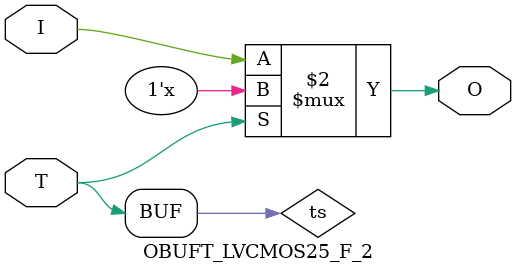
<source format=v>

/*

FUNCTION    : TRI-STATE OUTPUT BUFFER

*/

`celldefine
`timescale  100 ps / 10 ps

module OBUFT_LVCMOS25_F_2 (O, I, T);

    output O;

    input  I, T;

    or O1 (ts, 1'b0, T);
    bufif0 T1 (O, I, ts);

endmodule

</source>
